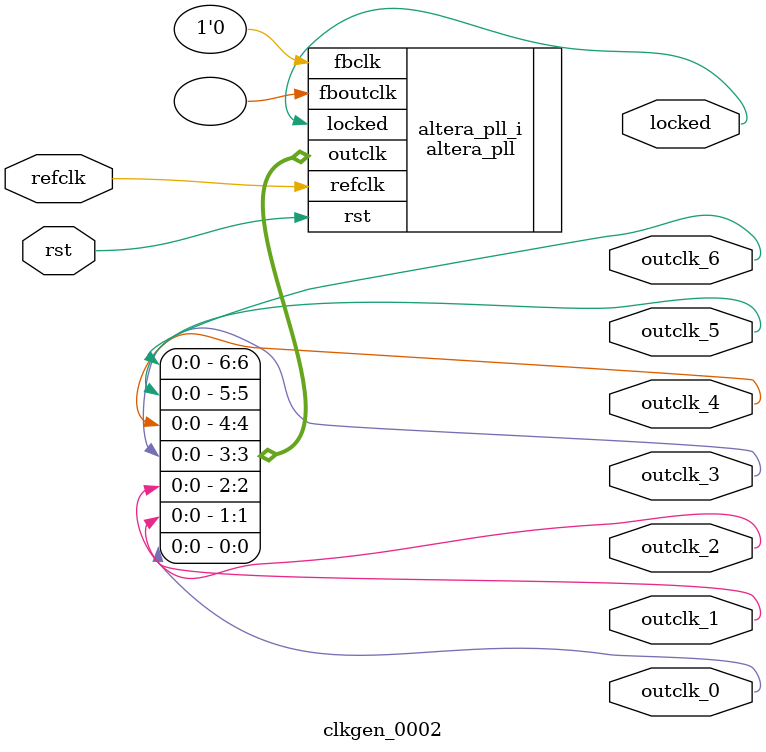
<source format=v>
`timescale 1ns/10ps
module  clkgen_0002(

	// interface 'refclk'
	input wire refclk,

	// interface 'reset'
	input wire rst,

	// interface 'outclk0'
	output wire outclk_0,

	// interface 'outclk1'
	output wire outclk_1,

	// interface 'outclk2'
	output wire outclk_2,

	// interface 'outclk3'
	output wire outclk_3,

	// interface 'outclk4'
	output wire outclk_4,

	// interface 'outclk5'
	output wire outclk_5,

	// interface 'outclk6'
	output wire outclk_6,

	// interface 'locked'
	output wire locked
);

	altera_pll #(
		.fractional_vco_multiplier("false"),
		.reference_clock_frequency("50.0 MHz"),
		.operation_mode("direct"),
		.number_of_clocks(7),
		.output_clock_frequency0("128.000000 MHz"),
		.phase_shift0("0 ps"),
		.duty_cycle0(50),
		.output_clock_frequency1("64.000000 MHz"),
		.phase_shift1("0 ps"),
		.duty_cycle1(50),
		.output_clock_frequency2("32.000000 MHz"),
		.phase_shift2("0 ps"),
		.duty_cycle2(50),
		.output_clock_frequency3("16.000000 MHz"),
		.phase_shift3("0 ps"),
		.duty_cycle3(50),
		.output_clock_frequency4("8.000000 MHz"),
		.phase_shift4("0 ps"),
		.duty_cycle4(50),
		.output_clock_frequency5("4.000000 MHz"),
		.phase_shift5("0 ps"),
		.duty_cycle5(50),
		.output_clock_frequency6("2.000000 MHz"),
		.phase_shift6("0 ps"),
		.duty_cycle6(50),
		.output_clock_frequency7("0 MHz"),
		.phase_shift7("0 ps"),
		.duty_cycle7(50),
		.output_clock_frequency8("0 MHz"),
		.phase_shift8("0 ps"),
		.duty_cycle8(50),
		.output_clock_frequency9("0 MHz"),
		.phase_shift9("0 ps"),
		.duty_cycle9(50),
		.output_clock_frequency10("0 MHz"),
		.phase_shift10("0 ps"),
		.duty_cycle10(50),
		.output_clock_frequency11("0 MHz"),
		.phase_shift11("0 ps"),
		.duty_cycle11(50),
		.output_clock_frequency12("0 MHz"),
		.phase_shift12("0 ps"),
		.duty_cycle12(50),
		.output_clock_frequency13("0 MHz"),
		.phase_shift13("0 ps"),
		.duty_cycle13(50),
		.output_clock_frequency14("0 MHz"),
		.phase_shift14("0 ps"),
		.duty_cycle14(50),
		.output_clock_frequency15("0 MHz"),
		.phase_shift15("0 ps"),
		.duty_cycle15(50),
		.output_clock_frequency16("0 MHz"),
		.phase_shift16("0 ps"),
		.duty_cycle16(50),
		.output_clock_frequency17("0 MHz"),
		.phase_shift17("0 ps"),
		.duty_cycle17(50),
		.pll_type("General"),
		.pll_subtype("General")
	) altera_pll_i (
		.rst	(rst),
		.outclk	({outclk_6, outclk_5, outclk_4, outclk_3, outclk_2, outclk_1, outclk_0}),
		.locked	(locked),
		.fboutclk	( ),
		.fbclk	(1'b0),
		.refclk	(refclk)
	);
endmodule


</source>
